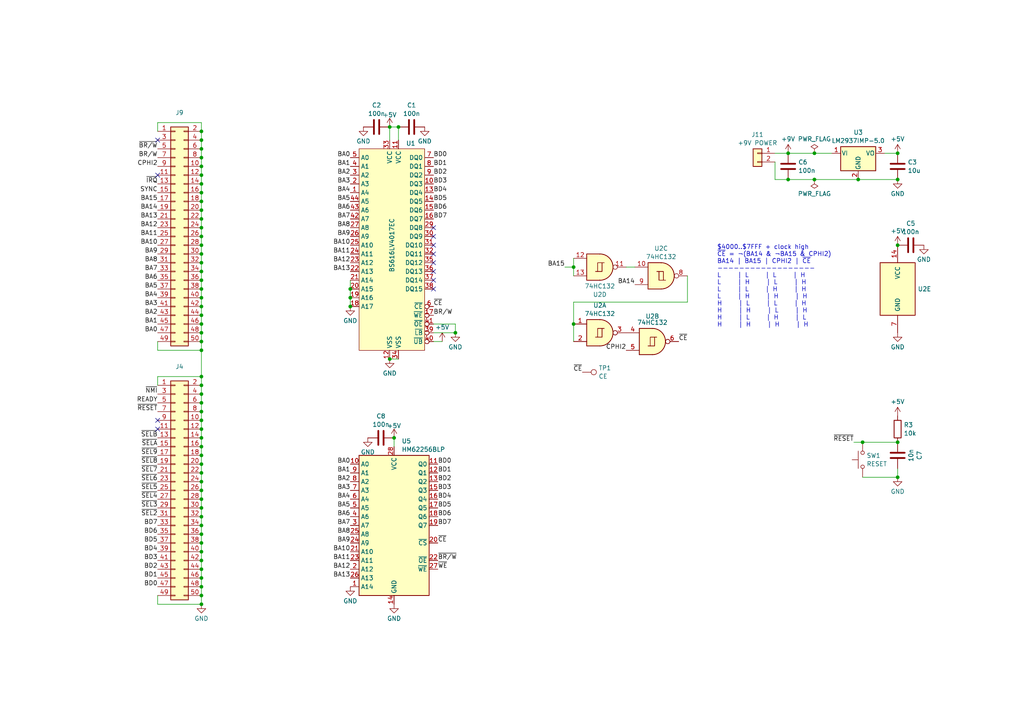
<source format=kicad_sch>
(kicad_sch (version 20230121) (generator eeschema)
  (paper "A4")
  (title_block (title "CBM PET SRAM Expansion") (date "2024-03-06") (rev "3") (company "CCC Basel"))
  (lib_symbols
    (symbol "74xx:74LS132" (pin_names (offset 1.016))
      (property "Reference" "U" (at 0 1.27 0))
      (property "Value" "74LS132" (at 0 -1.27 0))
      (symbol "74LS132_1_0"
        (polyline (pts (xy -0.635 -1.27) (xy -0.635 1.27) (xy 0.635 1.27)))
        (polyline (pts (xy -0.635 -1.27) (xy -0.635 1.27) (xy 0.635 1.27)))
        (polyline (pts (xy -1.27 -1.27) (xy 0.635 -1.27) (xy 0.635 1.27) (xy 1.27 1.27)))
        (polyline (pts (xy -1.27 -1.27) (xy 0.635 -1.27) (xy 0.635 1.27) (xy 1.27 1.27)))
      )
      (symbol "74LS132_1_1"
        (arc (start 0 -3.81) (mid 3.7934 0) (end 0 3.81) (stroke (width 0.254)) (fill (type background)))
        (polyline (pts (xy 0 3.81) (xy -3.81 3.81) (xy -3.81 -3.81) (xy 0 -3.81)) (stroke (width 0.254)) (fill (type background)))
        (pin input line (at -7.62 2.54 0) (length 3.81) (name "~") (number "1"))
        (pin input line (at -7.62 -2.54 0) (length 3.81) (name "~") (number "2"))
        (pin output inverted (at 7.62 0 180) (length 3.81) (name "~") (number "3"))
      )
      (symbol "74LS132_1_2"
        (arc (start -3.81 -3.81) (mid -2.589 0) (end -3.81 3.81) (stroke (width 0.254)))
        (arc (start -0.6096 -3.81) (mid 2.1842 -2.5851) (end 3.81 0) (stroke (width 0.254)) (fill (type background)))
        (polyline (pts (xy -3.81 -3.81) (xy -0.635 -3.81)) (stroke (width 0.254)) (fill (type background)))
        (polyline (pts (xy -3.81 3.81) (xy -0.635 3.81)) (stroke (width 0.254)) (fill (type background)))
        (polyline (pts (xy -0.635 3.81) (xy -3.81 3.81) (xy -3.81 3.81) (xy -3.556 3.4036) (xy -3.0226 2.2606) (xy -2.6924 1.0414) (xy -2.6162 -0.254) (xy -2.7686 -1.4986) (xy -3.175 -2.7178) (xy -3.81 -3.81) (xy -3.81 -3.81) (xy -0.635 -3.81)) (stroke (width -25.4)) (fill (type background)))
        (arc (start 3.81 0) (mid 2.1915 2.5936) (end -0.6096 3.81) (stroke (width 0.254)) (fill (type background)))
        (pin input inverted (at -7.62 2.54 0) (length 4.318) (name "~") (number "1"))
        (pin input inverted (at -7.62 -2.54 0) (length 4.318) (name "~") (number "2"))
        (pin output line (at 7.62 0 180) (length 3.81) (name "~") (number "3"))
      )
      (symbol "74LS132_2_0"
        (polyline (pts (xy -0.635 -1.27) (xy -0.635 1.27) (xy 0.635 1.27)))
        (polyline (pts (xy -0.635 -1.27) (xy -0.635 1.27) (xy 0.635 1.27)))
        (polyline (pts (xy -1.27 -1.27) (xy 0.635 -1.27) (xy 0.635 1.27) (xy 1.27 1.27)))
        (polyline (pts (xy -1.27 -1.27) (xy 0.635 -1.27) (xy 0.635 1.27) (xy 1.27 1.27)))
      )
      (symbol "74LS132_2_1"
        (arc (start 0 -3.81) (mid 3.7934 0) (end 0 3.81) (stroke (width 0.254)) (fill (type background)))
        (polyline (pts (xy 0 3.81) (xy -3.81 3.81) (xy -3.81 -3.81) (xy 0 -3.81)) (stroke (width 0.254)) (fill (type background)))
        (pin input line (at -7.62 2.54 0) (length 3.81) (name "~") (number "4"))
        (pin input line (at -7.62 -2.54 0) (length 3.81) (name "~") (number "5"))
        (pin output inverted (at 7.62 0 180) (length 3.81) (name "~") (number "6"))
      )
      (symbol "74LS132_2_2"
        (arc (start -3.81 -3.81) (mid -2.589 0) (end -3.81 3.81) (stroke (width 0.254)))
        (arc (start -0.6096 -3.81) (mid 2.1842 -2.5851) (end 3.81 0) (stroke (width 0.254)) (fill (type background)))
        (polyline (pts (xy -3.81 -3.81) (xy -0.635 -3.81)) (stroke (width 0.254)) (fill (type background)))
        (polyline (pts (xy -3.81 3.81) (xy -0.635 3.81)) (stroke (width 0.254)) (fill (type background)))
        (polyline (pts (xy -0.635 3.81) (xy -3.81 3.81) (xy -3.81 3.81) (xy -3.556 3.4036) (xy -3.0226 2.2606) (xy -2.6924 1.0414) (xy -2.6162 -0.254) (xy -2.7686 -1.4986) (xy -3.175 -2.7178) (xy -3.81 -3.81) (xy -3.81 -3.81) (xy -0.635 -3.81)) (stroke (width -25.4)) (fill (type background)))
        (arc (start 3.81 0) (mid 2.1915 2.5936) (end -0.6096 3.81) (stroke (width 0.254)) (fill (type background)))
        (pin input inverted (at -7.62 2.54 0) (length 4.318) (name "~") (number "4"))
        (pin input inverted (at -7.62 -2.54 0) (length 4.318) (name "~") (number "5"))
        (pin output line (at 7.62 0 180) (length 3.81) (name "~") (number "6"))
      )
      (symbol "74LS132_3_0"
        (polyline (pts (xy -0.635 -1.27) (xy -0.635 1.27) (xy 0.635 1.27)))
        (polyline (pts (xy -0.635 -1.27) (xy -0.635 1.27) (xy 0.635 1.27)))
        (polyline (pts (xy -1.27 -1.27) (xy 0.635 -1.27) (xy 0.635 1.27) (xy 1.27 1.27)))
        (polyline (pts (xy -1.27 -1.27) (xy 0.635 -1.27) (xy 0.635 1.27) (xy 1.27 1.27)))
      )
      (symbol "74LS132_3_1"
        (arc (start 0 -3.81) (mid 3.7934 0) (end 0 3.81) (stroke (width 0.254)) (fill (type background)))
        (polyline (pts (xy 0 3.81) (xy -3.81 3.81) (xy -3.81 -3.81) (xy 0 -3.81)) (stroke (width 0.254)) (fill (type background)))
        (pin input line (at -7.62 -2.54 0) (length 3.81) (name "~") (number "10"))
        (pin output inverted (at 7.62 0 180) (length 3.81) (name "~") (number "8"))
        (pin input line (at -7.62 2.54 0) (length 3.81) (name "~") (number "9"))
      )
      (symbol "74LS132_3_2"
        (arc (start -3.81 -3.81) (mid -2.589 0) (end -3.81 3.81) (stroke (width 0.254)))
        (arc (start -0.6096 -3.81) (mid 2.1842 -2.5851) (end 3.81 0) (stroke (width 0.254)) (fill (type background)))
        (polyline (pts (xy -3.81 -3.81) (xy -0.635 -3.81)) (stroke (width 0.254)) (fill (type background)))
        (polyline (pts (xy -3.81 3.81) (xy -0.635 3.81)) (stroke (width 0.254)) (fill (type background)))
        (polyline (pts (xy -0.635 3.81) (xy -3.81 3.81) (xy -3.81 3.81) (xy -3.556 3.4036) (xy -3.0226 2.2606) (xy -2.6924 1.0414) (xy -2.6162 -0.254) (xy -2.7686 -1.4986) (xy -3.175 -2.7178) (xy -3.81 -3.81) (xy -3.81 -3.81) (xy -0.635 -3.81)) (stroke (width -25.4)) (fill (type background)))
        (arc (start 3.81 0) (mid 2.1915 2.5936) (end -0.6096 3.81) (stroke (width 0.254)) (fill (type background)))
        (pin input inverted (at -7.62 -2.54 0) (length 4.318) (name "~") (number "10"))
        (pin output line (at 7.62 0 180) (length 3.81) (name "~") (number "8"))
        (pin input inverted (at -7.62 2.54 0) (length 4.318) (name "~") (number "9"))
      )
      (symbol "74LS132_4_0"
        (polyline (pts (xy -0.635 -1.27) (xy -0.635 1.27) (xy 0.635 1.27)))
        (polyline (pts (xy -0.635 -1.27) (xy -0.635 1.27) (xy 0.635 1.27)))
        (polyline (pts (xy -1.27 -1.27) (xy 0.635 -1.27) (xy 0.635 1.27) (xy 1.27 1.27)))
        (polyline (pts (xy -1.27 -1.27) (xy 0.635 -1.27) (xy 0.635 1.27) (xy 1.27 1.27)))
      )
      (symbol "74LS132_4_1"
        (arc (start 0 -3.81) (mid 3.7934 0) (end 0 3.81) (stroke (width 0.254)) (fill (type background)))
        (polyline (pts (xy 0 3.81) (xy -3.81 3.81) (xy -3.81 -3.81) (xy 0 -3.81)) (stroke (width 0.254)) (fill (type background)))
        (pin output inverted (at 7.62 0 180) (length 3.81) (name "~") (number "11"))
        (pin input line (at -7.62 2.54 0) (length 3.81) (name "~") (number "12"))
        (pin input line (at -7.62 -2.54 0) (length 3.81) (name "~") (number "13"))
      )
      (symbol "74LS132_4_2"
        (arc (start -3.81 -3.81) (mid -2.589 0) (end -3.81 3.81) (stroke (width 0.254)))
        (arc (start -0.6096 -3.81) (mid 2.1842 -2.5851) (end 3.81 0) (stroke (width 0.254)) (fill (type background)))
        (polyline (pts (xy -3.81 -3.81) (xy -0.635 -3.81)) (stroke (width 0.254)) (fill (type background)))
        (polyline (pts (xy -3.81 3.81) (xy -0.635 3.81)) (stroke (width 0.254)) (fill (type background)))
        (polyline (pts (xy -0.635 3.81) (xy -3.81 3.81) (xy -3.81 3.81) (xy -3.556 3.4036) (xy -3.0226 2.2606) (xy -2.6924 1.0414) (xy -2.6162 -0.254) (xy -2.7686 -1.4986) (xy -3.175 -2.7178) (xy -3.81 -3.81) (xy -3.81 -3.81) (xy -0.635 -3.81)) (stroke (width -25.4)) (fill (type background)))
        (arc (start 3.81 0) (mid 2.1915 2.5936) (end -0.6096 3.81) (stroke (width 0.254)) (fill (type background)))
        (pin output line (at 7.62 0 180) (length 3.81) (name "~") (number "11"))
        (pin input inverted (at -7.62 2.54 0) (length 4.318) (name "~") (number "12"))
        (pin input inverted (at -7.62 -2.54 0) (length 4.318) (name "~") (number "13"))
      )
      (symbol "74LS132_5_0"
        (pin power_in line (at 0 12.7 270) (length 5.08) (name "VCC") (number "14"))
        (pin power_in line (at 0 -12.7 90) (length 5.08) (name "GND") (number "7"))
      )
      (symbol "74LS132_5_1"
        (rectangle (start -5.08 7.62) (end 5.08 -7.62) (stroke (width 0.254)) (fill (type background)))
      )
    )
    (symbol "Connector:TestPoint" (pin_numbers hide) (pin_names (offset 0.762) hide)
      (property "Reference" "TP" (at 0 6.858 0))
      (property "Value" "TestPoint" (at 0 5.08 0))
      (symbol "TestPoint_0_1"
        (circle (center 0 3.302) (radius 0.762))
      )
      (symbol "TestPoint_1_1"
        (pin passive line (at 0 0 90) (length 2.54) (name "1") (number "1"))
      )
    )
    (symbol "Connector_Generic:Conn_01x02" (pin_names (offset 1.016) hide)
      (property "Reference" "J" (at 0 2.54 0))
      (property "Value" "Conn_01x02" (at 0 -5.08 0))
      (symbol "Conn_01x02_1_1"
        (rectangle (start -1.27 -2.413) (end 0 -2.667) (stroke (width 0.1524)))
        (rectangle (start -1.27 0.127) (end 0 -0.127) (stroke (width 0.1524)))
        (rectangle (start -1.27 1.27) (end 1.27 -3.81) (stroke (width 0.254)) (fill (type background)))
        (pin passive line (at -5.08 0 0) (length 3.81) (name "Pin_1") (number "1"))
        (pin passive line (at -5.08 -2.54 0) (length 3.81) (name "Pin_2") (number "2"))
      )
    )
    (symbol "Connector_Generic:Conn_02x25_Odd_Even" (pin_names (offset 1.016) hide)
      (property "Reference" "J" (at 1.27 33.02 0))
      (property "Value" "Conn_02x25_Odd_Even" (at 1.27 -33.02 0))
      (symbol "Conn_02x25_Odd_Even_1_1"
        (rectangle (start -1.27 -30.353) (end 0 -30.607) (stroke (width 0.1524)))
        (rectangle (start -1.27 -27.813) (end 0 -28.067) (stroke (width 0.1524)))
        (rectangle (start -1.27 -25.273) (end 0 -25.527) (stroke (width 0.1524)))
        (rectangle (start -1.27 -22.733) (end 0 -22.987) (stroke (width 0.1524)))
        (rectangle (start -1.27 -20.193) (end 0 -20.447) (stroke (width 0.1524)))
        (rectangle (start -1.27 -17.653) (end 0 -17.907) (stroke (width 0.1524)))
        (rectangle (start -1.27 -15.113) (end 0 -15.367) (stroke (width 0.1524)))
        (rectangle (start -1.27 -12.573) (end 0 -12.827) (stroke (width 0.1524)))
        (rectangle (start -1.27 -10.033) (end 0 -10.287) (stroke (width 0.1524)))
        (rectangle (start -1.27 -7.493) (end 0 -7.747) (stroke (width 0.1524)))
        (rectangle (start -1.27 -4.953) (end 0 -5.207) (stroke (width 0.1524)))
        (rectangle (start -1.27 -2.413) (end 0 -2.667) (stroke (width 0.1524)))
        (rectangle (start -1.27 0.127) (end 0 -0.127) (stroke (width 0.1524)))
        (rectangle (start -1.27 2.667) (end 0 2.413) (stroke (width 0.1524)))
        (rectangle (start -1.27 5.207) (end 0 4.953) (stroke (width 0.1524)))
        (rectangle (start -1.27 7.747) (end 0 7.493) (stroke (width 0.1524)))
        (rectangle (start -1.27 10.287) (end 0 10.033) (stroke (width 0.1524)))
        (rectangle (start -1.27 12.827) (end 0 12.573) (stroke (width 0.1524)))
        (rectangle (start -1.27 15.367) (end 0 15.113) (stroke (width 0.1524)))
        (rectangle (start -1.27 17.907) (end 0 17.653) (stroke (width 0.1524)))
        (rectangle (start -1.27 20.447) (end 0 20.193) (stroke (width 0.1524)))
        (rectangle (start -1.27 22.987) (end 0 22.733) (stroke (width 0.1524)))
        (rectangle (start -1.27 25.527) (end 0 25.273) (stroke (width 0.1524)))
        (rectangle (start -1.27 28.067) (end 0 27.813) (stroke (width 0.1524)))
        (rectangle (start -1.27 30.607) (end 0 30.353) (stroke (width 0.1524)))
        (rectangle (start -1.27 31.75) (end 3.81 -31.75) (stroke (width 0.254)) (fill (type background)))
        (rectangle (start 3.81 -30.353) (end 2.54 -30.607) (stroke (width 0.1524)))
        (rectangle (start 3.81 -27.813) (end 2.54 -28.067) (stroke (width 0.1524)))
        (rectangle (start 3.81 -25.273) (end 2.54 -25.527) (stroke (width 0.1524)))
        (rectangle (start 3.81 -22.733) (end 2.54 -22.987) (stroke (width 0.1524)))
        (rectangle (start 3.81 -20.193) (end 2.54 -20.447) (stroke (width 0.1524)))
        (rectangle (start 3.81 -17.653) (end 2.54 -17.907) (stroke (width 0.1524)))
        (rectangle (start 3.81 -15.113) (end 2.54 -15.367) (stroke (width 0.1524)))
        (rectangle (start 3.81 -12.573) (end 2.54 -12.827) (stroke (width 0.1524)))
        (rectangle (start 3.81 -10.033) (end 2.54 -10.287) (stroke (width 0.1524)))
        (rectangle (start 3.81 -7.493) (end 2.54 -7.747) (stroke (width 0.1524)))
        (rectangle (start 3.81 -4.953) (end 2.54 -5.207) (stroke (width 0.1524)))
        (rectangle (start 3.81 -2.413) (end 2.54 -2.667) (stroke (width 0.1524)))
        (rectangle (start 3.81 0.127) (end 2.54 -0.127) (stroke (width 0.1524)))
        (rectangle (start 3.81 2.667) (end 2.54 2.413) (stroke (width 0.1524)))
        (rectangle (start 3.81 5.207) (end 2.54 4.953) (stroke (width 0.1524)))
        (rectangle (start 3.81 7.747) (end 2.54 7.493) (stroke (width 0.1524)))
        (rectangle (start 3.81 10.287) (end 2.54 10.033) (stroke (width 0.1524)))
        (rectangle (start 3.81 12.827) (end 2.54 12.573) (stroke (width 0.1524)))
        (rectangle (start 3.81 15.367) (end 2.54 15.113) (stroke (width 0.1524)))
        (rectangle (start 3.81 17.907) (end 2.54 17.653) (stroke (width 0.1524)))
        (rectangle (start 3.81 20.447) (end 2.54 20.193) (stroke (width 0.1524)))
        (rectangle (start 3.81 22.987) (end 2.54 22.733) (stroke (width 0.1524)))
        (rectangle (start 3.81 25.527) (end 2.54 25.273) (stroke (width 0.1524)))
        (rectangle (start 3.81 28.067) (end 2.54 27.813) (stroke (width 0.1524)))
        (rectangle (start 3.81 30.607) (end 2.54 30.353) (stroke (width 0.1524)))
        (pin passive line (at -5.08 30.48 0) (length 3.81) (name "Pin_1") (number "1"))
        (pin passive line (at 7.62 20.32 180) (length 3.81) (name "Pin_10") (number "10"))
        (pin passive line (at -5.08 17.78 0) (length 3.81) (name "Pin_11") (number "11"))
        (pin passive line (at 7.62 17.78 180) (length 3.81) (name "Pin_12") (number "12"))
        (pin passive line (at -5.08 15.24 0) (length 3.81) (name "Pin_13") (number "13"))
        (pin passive line (at 7.62 15.24 180) (length 3.81) (name "Pin_14") (number "14"))
        (pin passive line (at -5.08 12.7 0) (length 3.81) (name "Pin_15") (number "15"))
        (pin passive line (at 7.62 12.7 180) (length 3.81) (name "Pin_16") (number "16"))
        (pin passive line (at -5.08 10.16 0) (length 3.81) (name "Pin_17") (number "17"))
        (pin passive line (at 7.62 10.16 180) (length 3.81) (name "Pin_18") (number "18"))
        (pin passive line (at -5.08 7.62 0) (length 3.81) (name "Pin_19") (number "19"))
        (pin passive line (at 7.62 30.48 180) (length 3.81) (name "Pin_2") (number "2"))
        (pin passive line (at 7.62 7.62 180) (length 3.81) (name "Pin_20") (number "20"))
        (pin passive line (at -5.08 5.08 0) (length 3.81) (name "Pin_21") (number "21"))
        (pin passive line (at 7.62 5.08 180) (length 3.81) (name "Pin_22") (number "22"))
        (pin passive line (at -5.08 2.54 0) (length 3.81) (name "Pin_23") (number "23"))
        (pin passive line (at 7.62 2.54 180) (length 3.81) (name "Pin_24") (number "24"))
        (pin passive line (at -5.08 0 0) (length 3.81) (name "Pin_25") (number "25"))
        (pin passive line (at 7.62 0 180) (length 3.81) (name "Pin_26") (number "26"))
        (pin passive line (at -5.08 -2.54 0) (length 3.81) (name "Pin_27") (number "27"))
        (pin passive line (at 7.62 -2.54 180) (length 3.81) (name "Pin_28") (number "28"))
        (pin passive line (at -5.08 -5.08 0) (length 3.81) (name "Pin_29") (number "29"))
        (pin passive line (at -5.08 27.94 0) (length 3.81) (name "Pin_3") (number "3"))
        (pin passive line (at 7.62 -5.08 180) (length 3.81) (name "Pin_30") (number "30"))
        (pin passive line (at -5.08 -7.62 0) (length 3.81) (name "Pin_31") (number "31"))
        (pin passive line (at 7.62 -7.62 180) (length 3.81) (name "Pin_32") (number "32"))
        (pin passive line (at -5.08 -10.16 0) (length 3.81) (name "Pin_33") (number "33"))
        (pin passive line (at 7.62 -10.16 180) (length 3.81) (name "Pin_34") (number "34"))
        (pin passive line (at -5.08 -12.7 0) (length 3.81) (name "Pin_35") (number "35"))
        (pin passive line (at 7.62 -12.7 180) (length 3.81) (name "Pin_36") (number "36"))
        (pin passive line (at -5.08 -15.24 0) (length 3.81) (name "Pin_37") (number "37"))
        (pin passive line (at 7.62 -15.24 180) (length 3.81) (name "Pin_38") (number "38"))
        (pin passive line (at -5.08 -17.78 0) (length 3.81) (name "Pin_39") (number "39"))
        (pin passive line (at 7.62 27.94 180) (length 3.81) (name "Pin_4") (number "4"))
        (pin passive line (at 7.62 -17.78 180) (length 3.81) (name "Pin_40") (number "40"))
        (pin passive line (at -5.08 -20.32 0) (length 3.81) (name "Pin_41") (number "41"))
        (pin passive line (at 7.62 -20.32 180) (length 3.81) (name "Pin_42") (number "42"))
        (pin passive line (at -5.08 -22.86 0) (length 3.81) (name "Pin_43") (number "43"))
        (pin passive line (at 7.62 -22.86 180) (length 3.81) (name "Pin_44") (number "44"))
        (pin passive line (at -5.08 -25.4 0) (length 3.81) (name "Pin_45") (number "45"))
        (pin passive line (at 7.62 -25.4 180) (length 3.81) (name "Pin_46") (number "46"))
        (pin passive line (at -5.08 -27.94 0) (length 3.81) (name "Pin_47") (number "47"))
        (pin passive line (at 7.62 -27.94 180) (length 3.81) (name "Pin_48") (number "48"))
        (pin passive line (at -5.08 -30.48 0) (length 3.81) (name "Pin_49") (number "49"))
        (pin passive line (at -5.08 25.4 0) (length 3.81) (name "Pin_5") (number "5"))
        (pin passive line (at 7.62 -30.48 180) (length 3.81) (name "Pin_50") (number "50"))
        (pin passive line (at 7.62 25.4 180) (length 3.81) (name "Pin_6") (number "6"))
        (pin passive line (at -5.08 22.86 0) (length 3.81) (name "Pin_7") (number "7"))
        (pin passive line (at 7.62 22.86 180) (length 3.81) (name "Pin_8") (number "8"))
        (pin passive line (at -5.08 20.32 0) (length 3.81) (name "Pin_9") (number "9"))
      )
    )
    (symbol "Device:C" (pin_numbers hide) (pin_names (offset 0.254))
      (property "Reference" "C" (at 0.635 2.54 0))
      (property "Value" "C" (at 0.635 -2.54 0))
      (symbol "C_0_1"
        (polyline (pts (xy -2.032 -0.762) (xy 2.032 -0.762)) (stroke (width 0.508)))
        (polyline (pts (xy -2.032 0.762) (xy 2.032 0.762)) (stroke (width 0.508)))
      )
      (symbol "C_1_1"
        (pin passive line (at 0 3.81 270) (length 2.794) (name "~") (number "1"))
        (pin passive line (at 0 -3.81 90) (length 2.794) (name "~") (number "2"))
      )
    )
    (symbol "Device:R" (pin_numbers hide) (pin_names (offset 0))
      (property "Reference" "R" (at 2.032 0 90))
      (property "Value" "R" (at 0 0 90))
      (symbol "R_0_1"
        (rectangle (start -1.016 -2.54) (end 1.016 2.54) (stroke (width 0.254)))
      )
      (symbol "R_1_1"
        (pin passive line (at 0 3.81 270) (length 1.27) (name "~") (number "1"))
        (pin passive line (at 0 -3.81 90) (length 1.27) (name "~") (number "2"))
      )
    )
    (symbol "Memory_RAM:HM62256BLP"
      (property "Reference" "U" (at -10.16 20.955 0))
      (property "Value" "HM62256BLP" (at 2.54 20.955 0))
      (symbol "HM62256BLP_0_0"
        (pin power_in line (at 0 -22.86 90) (length 2.54) (name "GND") (number "14"))
        (pin power_in line (at 0 22.86 270) (length 2.54) (name "VCC") (number "28"))
      )
      (symbol "HM62256BLP_0_1"
        (rectangle (start -10.16 20.32) (end 10.16 -20.32) (stroke (width 0.254)) (fill (type background)))
      )
      (symbol "HM62256BLP_1_1"
        (pin input line (at -12.7 -17.78 0) (length 2.54) (name "A14") (number "1"))
        (pin input line (at -12.7 17.78 0) (length 2.54) (name "A0") (number "10"))
        (pin tri_state line (at 12.7 17.78 180) (length 2.54) (name "Q0") (number "11"))
        (pin tri_state line (at 12.7 15.24 180) (length 2.54) (name "Q1") (number "12"))
        (pin tri_state line (at 12.7 12.7 180) (length 2.54) (name "Q2") (number "13"))
        (pin tri_state line (at 12.7 10.16 180) (length 2.54) (name "Q3") (number "15"))
        (pin tri_state line (at 12.7 7.62 180) (length 2.54) (name "Q4") (number "16"))
        (pin tri_state line (at 12.7 5.08 180) (length 2.54) (name "Q5") (number "17"))
        (pin tri_state line (at 12.7 2.54 180) (length 2.54) (name "Q6") (number "18"))
        (pin tri_state line (at 12.7 0 180) (length 2.54) (name "Q7") (number "19"))
        (pin input line (at -12.7 -12.7 0) (length 2.54) (name "A12") (number "2"))
        (pin input line (at 12.7 -5.08 180) (length 2.54) (name "~{CS}") (number "20"))
        (pin input line (at -12.7 -7.62 0) (length 2.54) (name "A10") (number "21"))
        (pin input line (at 12.7 -10.16 180) (length 2.54) (name "~{OE}") (number "22"))
        (pin input line (at -12.7 -10.16 0) (length 2.54) (name "A11") (number "23"))
        (pin input line (at -12.7 -5.08 0) (length 2.54) (name "A9") (number "24"))
        (pin input line (at -12.7 -2.54 0) (length 2.54) (name "A8") (number "25"))
        (pin input line (at -12.7 -15.24 0) (length 2.54) (name "A13") (number "26"))
        (pin input line (at 12.7 -12.7 180) (length 2.54) (name "~{WE}") (number "27"))
        (pin input line (at -12.7 0 0) (length 2.54) (name "A7") (number "3"))
        (pin input line (at -12.7 2.54 0) (length 2.54) (name "A6") (number "4"))
        (pin input line (at -12.7 5.08 0) (length 2.54) (name "A5") (number "5"))
        (pin input line (at -12.7 7.62 0) (length 2.54) (name "A4") (number "6"))
        (pin input line (at -12.7 10.16 0) (length 2.54) (name "A3") (number "7"))
        (pin input line (at -12.7 12.7 0) (length 2.54) (name "A2") (number "8"))
        (pin input line (at -12.7 15.24 0) (length 2.54) (name "A1") (number "9"))
      )
    )
    (symbol "Regulator_Linear:LM2937xMP" (pin_names (offset 0.254))
      (property "Reference" "U" (at -3.81 3.175 0))
      (property "Value" "LM2937xMP" (at 0 3.175 0))
      (symbol "LM2937xMP_0_1"
        (rectangle (start -5.08 -5.08) (end 5.08 1.905) (stroke (width 0.254)) (fill (type background)))
      )
      (symbol "LM2937xMP_1_1"
        (pin power_in line (at -7.62 0 0) (length 2.54) (name "VI") (number "1"))
        (pin power_in line (at 0 -7.62 90) (length 2.54) (name "GND") (number "2"))
        (pin power_out line (at 7.62 0 180) (length 2.54) (name "VO") (number "3"))
      )
    )
    (symbol "Switch:SW_Push" (pin_numbers hide) (pin_names (offset 1.016) hide)
      (property "Reference" "SW" (at 1.27 2.54 0))
      (property "Value" "SW_Push" (at 0 -1.524 0))
      (symbol "SW_Push_0_1"
        (circle (center -2.032 0) (radius 0.508))
        (polyline (pts (xy 0 1.27) (xy 0 3.048)))
        (polyline (pts (xy 2.54 1.27) (xy -2.54 1.27)))
        (circle (center 2.032 0) (radius 0.508))
        (pin passive line (at -5.08 0 0) (length 2.54) (name "1") (number "1"))
        (pin passive line (at 5.08 0 180) (length 2.54) (name "2") (number "2"))
      )
    )
    (symbol "oni:BS616LV4017EC"
      (property "Reference" "U" (at 5.08 -30.48 0))
      (property "Value" "BS616LV4017EC" (at 0 0 90))
      (symbol "BS616LV4017EC_1_1"
        (rectangle (start -10.16 29.21) (end 8.89 -29.21) (fill (type background)))
        (pin input line (at -12.7 16.51 0) (length 2.54) (name "A4") (number "1"))
        (pin tri_state line (at 11.43 19.05 180) (length 2.54) (name "DQ3") (number "10"))
        (pin power_in line (at 1.27 31.75 270) (length 2.54) (name "VCC") (number "11"))
        (pin power_in line (at -1.27 -31.75 90) (length 2.54) (name "VSS") (number "12"))
        (pin tri_state line (at 11.43 16.51 180) (length 2.54) (name "DQ4") (number "13"))
        (pin tri_state line (at 11.43 13.97 180) (length 2.54) (name "DQ5") (number "14"))
        (pin tri_state line (at 11.43 11.43 180) (length 2.54) (name "DQ6") (number "15"))
        (pin tri_state line (at 11.43 8.89 180) (length 2.54) (name "DQ7") (number "16"))
        (pin input inverted (at 11.43 -19.05 180) (length 2.54) (name "~{WE}") (number "17"))
        (pin input line (at -12.7 -16.51 0) (length 2.54) (name "A17") (number "18"))
        (pin input line (at -12.7 -13.97 0) (length 2.54) (name "A16") (number "19"))
        (pin input line (at -12.7 19.05 0) (length 2.54) (name "A3") (number "2"))
        (pin input line (at -12.7 -11.43 0) (length 2.54) (name "A15") (number "20"))
        (pin input line (at -12.7 -8.89 0) (length 2.54) (name "A14") (number "21"))
        (pin input line (at -12.7 -6.35 0) (length 2.54) (name "A13") (number "22"))
        (pin input line (at -12.7 -3.81 0) (length 2.54) (name "A12") (number "23"))
        (pin input line (at -12.7 -1.27 0) (length 2.54) (name "A11") (number "24"))
        (pin input line (at -12.7 1.27 0) (length 2.54) (name "A10") (number "25"))
        (pin input line (at -12.7 3.81 0) (length 2.54) (name "A9") (number "26"))
        (pin input line (at -12.7 6.35 0) (length 2.54) (name "A8") (number "27"))
        (pin no_connect line (at -12.7 -26.67 0) (length 2.54) hide (name "NC") (number "28"))
        (pin tri_state line (at 11.43 6.35 180) (length 2.54) (name "DQ8") (number "29"))
        (pin input line (at -12.7 21.59 0) (length 2.54) (name "A2") (number "3"))
        (pin tri_state line (at 11.43 3.81 180) (length 2.54) (name "DQ9") (number "30"))
        (pin tri_state line (at 11.43 1.27 180) (length 2.54) (name "DQ10") (number "31"))
        (pin tri_state line (at 11.43 -1.27 180) (length 2.54) (name "DQ11") (number "32"))
        (pin power_in line (at -1.27 31.75 270) (length 2.54) (name "VCC") (number "33"))
        (pin power_in line (at 1.27 -31.75 90) (length 2.54) (name "VSS") (number "34"))
        (pin tri_state line (at 11.43 -3.81 180) (length 2.54) (name "DQ12") (number "35"))
        (pin tri_state line (at 11.43 -6.35 180) (length 2.54) (name "DQ13") (number "36"))
        (pin tri_state line (at 11.43 -8.89 180) (length 2.54) (name "DQ14") (number "37"))
        (pin tri_state line (at 11.43 -11.43 180) (length 2.54) (name "DQ15") (number "38"))
        (pin input inverted (at 11.43 -24.13 180) (length 2.54) (name "~{LB}") (number "39"))
        (pin input line (at -12.7 24.13 0) (length 2.54) (name "A1") (number "4"))
        (pin input inverted (at 11.43 -26.67 180) (length 2.54) (name "~{UB}") (number "40"))
        (pin input inverted (at 11.43 -21.59 180) (length 2.54) (name "~{OE}") (number "41"))
        (pin input line (at -12.7 8.89 0) (length 2.54) (name "A7") (number "42"))
        (pin input line (at -12.7 11.43 0) (length 2.54) (name "A6") (number "43"))
        (pin input line (at -12.7 13.97 0) (length 2.54) (name "A5") (number "44"))
        (pin input line (at -12.7 26.67 0) (length 2.54) (name "A0") (number "5"))
        (pin input inverted (at 11.43 -16.51 180) (length 2.54) (name "~{CE}") (number "6"))
        (pin tri_state line (at 11.43 26.67 180) (length 2.54) (name "DQ0") (number "7"))
        (pin tri_state line (at 11.43 24.13 180) (length 2.54) (name "DQ1") (number "8"))
        (pin tri_state line (at 11.43 21.59 180) (length 2.54) (name "DQ2") (number "9"))
      )
    )
    (symbol "power:+5V" (power) (pin_names (offset 0))
      (property "Value" "+5V" (at 0 3.556 0))
      (symbol "+5V_0_1"
        (polyline (pts (xy -0.762 1.27) (xy 0 2.54)))
        (polyline (pts (xy 0 0) (xy 0 2.54)))
        (polyline (pts (xy 0 2.54) (xy 0.762 1.27)))
      )
      (symbol "+5V_1_1"
        (pin power_in line (at 0 0 90) (length 0) hide (name "+5V") (number "1"))
      )
    )
    (symbol "power:+9V" (power) (pin_names (offset 0))
      (property "Value" "+9V" (at 0 3.556 0))
      (symbol "+9V_0_1"
        (polyline (pts (xy -0.762 1.27) (xy 0 2.54)))
        (polyline (pts (xy 0 0) (xy 0 2.54)))
        (polyline (pts (xy 0 2.54) (xy 0.762 1.27)))
      )
      (symbol "+9V_1_1"
        (pin power_in line (at 0 0 90) (length 0) hide (name "+9V") (number "1"))
      )
    )
    (symbol "power:GND" (power) (pin_names (offset 0))
      (property "Value" "GND" (at 0 -3.81 0))
      (symbol "GND_0_1"
        (polyline (pts (xy 0 0) (xy 0 -1.27) (xy 1.27 -1.27) (xy 0 -2.54) (xy -1.27 -1.27) (xy 0 -1.27)))
      )
      (symbol "GND_1_1"
        (pin power_in line (at 0 0 270) (length 0) hide (name "GND") (number "1"))
      )
    )
    (symbol "power:PWR_FLAG" (power) (pin_numbers hide) (pin_names (offset 0) hide)
      (property "Value" "PWR_FLAG" (at 0 3.81 0))
      (symbol "PWR_FLAG_0_0"
        (pin power_out line (at 0 0 90) (length 0) (name "pwr") (number "1"))
      )
      (symbol "PWR_FLAG_0_1"
        (polyline (pts (xy 0 0) (xy 0 1.27) (xy -1.016 1.905) (xy 0 2.54) (xy 1.016 1.905) (xy 0 1.27)))
      )
    )
  )
  (junction (at 58.42 175.26))
  (junction (at 58.42 63.5))
  (junction (at 58.42 81.28))
  (junction (at 236.22 52.07))
  (junction (at 58.42 88.9))
  (junction (at 58.42 134.62))
  (junction (at 58.42 66.04))
  (junction (at 58.42 157.48))
  (junction (at 58.42 53.34))
  (junction (at 260.35 128.27))
  (junction (at 58.42 40.64))
  (junction (at 58.42 91.44))
  (junction (at 58.42 60.96))
  (junction (at 260.35 52.07))
  (junction (at 58.42 170.18))
  (junction (at 113.03 104.14))
  (junction (at 58.42 132.08))
  (junction (at 101.6 83.82))
  (junction (at 58.42 43.18))
  (junction (at 58.42 96.52))
  (junction (at 101.6 88.9))
  (junction (at 114.3 127))
  (junction (at 166.37 93.98))
  (junction (at 58.42 55.88))
  (junction (at 250.19 128.27))
  (junction (at 58.42 114.3))
  (junction (at 58.42 149.86))
  (junction (at 58.42 71.12))
  (junction (at 58.42 83.82))
  (junction (at 248.92 52.07))
  (junction (at 58.42 121.92))
  (junction (at 132.08 96.52))
  (junction (at 228.6 52.07))
  (junction (at 58.42 101.6))
  (junction (at 58.42 111.76))
  (junction (at 58.42 48.26))
  (junction (at 113.03 36.83))
  (junction (at 58.42 142.24))
  (junction (at 58.42 93.98))
  (junction (at 58.42 68.58))
  (junction (at 260.35 44.45))
  (junction (at 58.42 38.1))
  (junction (at 115.57 36.83))
  (junction (at 58.42 147.32))
  (junction (at 58.42 167.64))
  (junction (at 166.37 77.47))
  (junction (at 58.42 109.22))
  (junction (at 58.42 172.72))
  (junction (at 58.42 137.16))
  (junction (at 228.6 44.45))
  (junction (at 236.22 44.45))
  (junction (at 58.42 78.74))
  (junction (at 58.42 50.8))
  (junction (at 58.42 144.78))
  (junction (at 58.42 58.42))
  (junction (at 260.35 71.12))
  (junction (at 58.42 129.54))
  (junction (at 58.42 154.94))
  (junction (at 58.42 124.46))
  (junction (at 58.42 86.36))
  (junction (at 58.42 76.2))
  (junction (at 58.42 99.06))
  (junction (at 260.35 138.43))
  (junction (at 58.42 45.72))
  (junction (at 58.42 152.4))
  (junction (at 58.42 165.1))
  (junction (at 101.6 86.36))
  (junction (at 58.42 73.66))
  (junction (at 58.42 160.02))
  (junction (at 58.42 162.56))
  (junction (at 58.42 119.38))
  (junction (at 58.42 116.84))
  (junction (at 58.42 127))
  (junction (at 58.42 139.7))
  (no_connect (at 125.73 81.28))
  (no_connect (at 125.73 76.2))
  (no_connect (at 125.73 71.12))
  (no_connect (at 45.72 121.92))
  (no_connect (at 45.72 40.64))
  (no_connect (at 125.73 83.82))
  (no_connect (at 45.72 124.46))
  (no_connect (at 45.72 50.8))
  (no_connect (at 125.73 68.58))
  (no_connect (at 125.73 66.04))
  (no_connect (at 125.73 73.66))
  (no_connect (at 125.73 78.74))
  (wire (pts (xy 58.42 93.98) (xy 58.42 96.52)))
  (wire (pts (xy 125.73 96.52) (xy 132.08 96.52)))
  (wire (pts (xy 58.42 101.6) (xy 45.72 101.6)))
  (wire (pts (xy 199.39 87.63) (xy 199.39 80.01)))
  (wire (pts (xy 166.37 87.63) (xy 199.39 87.63)))
  (wire (pts (xy 114.3 127) (xy 114.3 129.54)))
  (wire (pts (xy 58.42 162.56) (xy 58.42 165.1)))
  (wire (pts (xy 58.42 144.78) (xy 58.42 147.32)))
  (wire (pts (xy 58.42 175.26) (xy 45.72 175.26)))
  (wire (pts (xy 58.42 124.46) (xy 58.42 127)))
  (wire (pts (xy 58.42 86.36) (xy 58.42 88.9)))
  (wire (pts (xy 58.42 109.22) (xy 45.72 109.22)))
  (wire (pts (xy 58.42 129.54) (xy 58.42 132.08)))
  (wire (pts (xy 58.42 137.16) (xy 58.42 139.7)))
  (wire (pts (xy 228.6 52.07) (xy 236.22 52.07)))
  (wire (pts (xy 58.42 35.56) (xy 45.72 35.56)))
  (wire (pts (xy 58.42 172.72) (xy 58.42 175.26)))
  (wire (pts (xy 101.6 86.36) (xy 101.6 88.9)))
  (wire (pts (xy 58.42 81.28) (xy 58.42 83.82)))
  (wire (pts (xy 58.42 71.12) (xy 58.42 73.66)))
  (wire (pts (xy 58.42 154.94) (xy 58.42 157.48)))
  (wire (pts (xy 163.83 77.47) (xy 166.37 77.47)))
  (wire (pts (xy 58.42 134.62) (xy 58.42 137.16)))
  (wire (pts (xy 132.08 93.98) (xy 132.08 96.52)))
  (wire (pts (xy 224.79 44.45) (xy 228.6 44.45)))
  (wire (pts (xy 58.42 73.66) (xy 58.42 76.2)))
  (wire (pts (xy 101.6 81.28) (xy 101.6 83.82)))
  (wire (pts (xy 58.42 78.74) (xy 58.42 81.28)))
  (wire (pts (xy 58.42 149.86) (xy 58.42 152.4)))
  (wire (pts (xy 58.42 83.82) (xy 58.42 86.36)))
  (wire (pts (xy 58.42 45.72) (xy 58.42 48.26)))
  (wire (pts (xy 58.42 142.24) (xy 58.42 144.78)))
  (wire (pts (xy 224.79 52.07) (xy 228.6 52.07)))
  (wire (pts (xy 250.19 128.27) (xy 260.35 128.27)))
  (wire (pts (xy 247.65 128.27) (xy 250.19 128.27)))
  (wire (pts (xy 101.6 83.82) (xy 101.6 86.36)))
  (wire (pts (xy 58.42 147.32) (xy 58.42 149.86)))
  (wire (pts (xy 58.42 116.84) (xy 58.42 119.38)))
  (wire (pts (xy 45.72 35.56) (xy 45.72 38.1)))
  (wire (pts (xy 58.42 111.76) (xy 58.42 109.22)))
  (wire (pts (xy 181.61 77.47) (xy 184.15 77.47)))
  (wire (pts (xy 58.42 88.9) (xy 58.42 91.44)))
  (wire (pts (xy 45.72 101.6) (xy 45.72 99.06)))
  (wire (pts (xy 58.42 139.7) (xy 58.42 142.24)))
  (wire (pts (xy 166.37 77.47) (xy 166.37 80.01)))
  (wire (pts (xy 58.42 99.06) (xy 58.42 101.6)))
  (wire (pts (xy 45.72 175.26) (xy 45.72 172.72)))
  (wire (pts (xy 228.6 44.45) (xy 236.22 44.45)))
  (wire (pts (xy 58.42 170.18) (xy 58.42 172.72)))
  (wire (pts (xy 113.03 36.83) (xy 113.03 40.64)))
  (wire (pts (xy 58.42 121.92) (xy 58.42 124.46)))
  (wire (pts (xy 125.73 99.06) (xy 128.27 99.06)))
  (wire (pts (xy 58.42 152.4) (xy 58.42 154.94)))
  (wire (pts (xy 125.73 93.98) (xy 132.08 93.98)))
  (wire (pts (xy 58.42 91.44) (xy 58.42 93.98)))
  (wire (pts (xy 58.42 38.1) (xy 58.42 40.64)))
  (wire (pts (xy 113.03 104.14) (xy 115.57 104.14)))
  (wire (pts (xy 166.37 93.98) (xy 166.37 87.63)))
  (wire (pts (xy 256.54 44.45) (xy 260.35 44.45)))
  (wire (pts (xy 166.37 77.47) (xy 166.37 74.93)))
  (wire (pts (xy 58.42 96.52) (xy 58.42 99.06)))
  (wire (pts (xy 58.42 167.64) (xy 58.42 170.18)))
  (wire (pts (xy 236.22 52.07) (xy 248.92 52.07)))
  (wire (pts (xy 58.42 50.8) (xy 58.42 53.34)))
  (wire (pts (xy 260.35 135.89) (xy 260.35 138.43)))
  (wire (pts (xy 58.42 157.48) (xy 58.42 160.02)))
  (wire (pts (xy 58.42 58.42) (xy 58.42 60.96)))
  (wire (pts (xy 58.42 60.96) (xy 58.42 63.5)))
  (wire (pts (xy 113.03 36.83) (xy 115.57 36.83)))
  (wire (pts (xy 58.42 68.58) (xy 58.42 71.12)))
  (wire (pts (xy 58.42 63.5) (xy 58.42 66.04)))
  (wire (pts (xy 58.42 165.1) (xy 58.42 167.64)))
  (wire (pts (xy 250.19 138.43) (xy 260.35 138.43)))
  (wire (pts (xy 248.92 52.07) (xy 260.35 52.07)))
  (wire (pts (xy 58.42 111.76) (xy 58.42 114.3)))
  (wire (pts (xy 166.37 93.98) (xy 166.37 99.06)))
  (wire (pts (xy 115.57 36.83) (xy 115.57 40.64)))
  (wire (pts (xy 58.42 55.88) (xy 58.42 58.42)))
  (wire (pts (xy 58.42 101.6) (xy 58.42 109.22)))
  (wire (pts (xy 58.42 114.3) (xy 58.42 116.84)))
  (wire (pts (xy 58.42 132.08) (xy 58.42 134.62)))
  (wire (pts (xy 58.42 66.04) (xy 58.42 68.58)))
  (wire (pts (xy 58.42 119.38) (xy 58.42 121.92)))
  (wire (pts (xy 58.42 38.1) (xy 58.42 35.56)))
  (wire (pts (xy 58.42 53.34) (xy 58.42 55.88)))
  (wire (pts (xy 58.42 76.2) (xy 58.42 78.74)))
  (wire (pts (xy 58.42 160.02) (xy 58.42 162.56)))
  (wire (pts (xy 58.42 48.26) (xy 58.42 50.8)))
  (wire (pts (xy 45.72 109.22) (xy 45.72 111.76)))
  (wire (pts (xy 58.42 40.64) (xy 58.42 43.18)))
  (wire (pts (xy 236.22 44.45) (xy 241.3 44.45)))
  (wire (pts (xy 224.79 52.07) (xy 224.79 46.99)))
  (wire (pts (xy 58.42 43.18) (xy 58.42 45.72)))
  (wire (pts (xy 58.42 127) (xy 58.42 129.54)))
  (text_box "$4000..$7FFF + clock high\n~{CE} = ¬(BA14 & ¬BA15 & CPHI2)\nBA14 | BA15 | CPHI2 | ~{CE}\n------------------\nL     | L     | L     | H\nL     | H     | L     | H\nL     | L     | H     | H\nL     | H     | H     | H\nH     | L     | L     | H\nH     | H     | L     | H\nH     | L     | H     | L\nH     | H     | H     | H" (at 207.01 69.85 0) (size 35.56 26.67) (stroke (width -0.0001)) (effects (font (size 1.27 1.27)) (justify left top)))
  (label "BA10" (at 101.6 71.12 180))
  (label "~{SEL4}" (at 45.72 144.78 180))
  (label "BA3" (at 101.6 53.34 180))
  (label "BA10" (at 45.72 71.12 180))
  (label "~{RESET}" (at 247.65 128.27 180))
  (label "BA3" (at 45.72 88.9 180))
  (label "BD7" (at 127 152.4 0))
  (label "BD5" (at 125.73 58.42 0))
  (label "~{RESET}" (at 45.72 119.38 180))
  (label "BA9" (at 45.72 73.66 180))
  (label "BA12" (at 101.6 76.2 180))
  (label "~{CE}" (at 127 157.48 0))
  (label "BD7" (at 45.72 152.4 180))
  (label "BA8" (at 45.72 76.2 180))
  (label "~{IRQ}" (at 45.72 53.34 180))
  (label "BA13" (at 101.6 78.74 180))
  (label "BA0" (at 45.72 96.52 180))
  (label "BD6" (at 125.73 60.96 0))
  (label "BA12" (at 45.72 66.04 180))
  (label "BD0" (at 45.72 170.18 180))
  (label "SYNC" (at 45.72 55.88 180))
  (label "BD3" (at 127 142.24 0))
  (label "BA13" (at 45.72 63.5 180))
  (label "BA2" (at 101.6 139.7 180))
  (label "BA9" (at 101.6 157.48 180))
  (label "BA15" (at 163.83 77.47 180))
  (label "BA11" (at 101.6 162.56 180))
  (label "BR{slash}W" (at 45.72 45.72 180))
  (label "BD1" (at 125.73 48.26 0))
  (label "BA11" (at 45.72 68.58 180))
  (label "BA3" (at 101.6 142.24 180))
  (label "BA15" (at 45.72 58.42 180))
  (label "BA5" (at 101.6 58.42 180))
  (label "BA6" (at 45.72 81.28 180))
  (label "BA12" (at 101.6 165.1 180))
  (label "~{WE}" (at 127 165.1 0))
  (label "BA8" (at 101.6 154.94 180))
  (label "~{SEL9}" (at 45.72 132.08 180))
  (label "BA4" (at 101.6 55.88 180))
  (label "~{CE}" (at 125.73 88.9 0))
  (label "~{SELB}" (at 45.72 127 180))
  (label "BD4" (at 127 144.78 0))
  (label "BD3" (at 125.73 53.34 0))
  (label "BA6" (at 101.6 60.96 180))
  (label "BD2" (at 127 139.7 0))
  (label "~{SEL3}" (at 45.72 147.32 180))
  (label "BA4" (at 45.72 86.36 180))
  (label "BD5" (at 127 147.32 0))
  (label "~{BR{slash}W}" (at 45.72 43.18 180))
  (label "~{SEL8}" (at 45.72 134.62 180))
  (label "BD6" (at 45.72 154.94 180))
  (label "BD2" (at 45.72 165.1 180))
  (label "BD1" (at 127 137.16 0))
  (label "CPHI2" (at 45.72 48.26 180))
  (label "BA10" (at 101.6 160.02 180))
  (label "BD4" (at 125.73 55.88 0))
  (label "BR{slash}W" (at 125.73 91.44 0))
  (label "~{NMI}" (at 45.72 114.3 180))
  (label "BD3" (at 45.72 162.56 180))
  (label "BA11" (at 101.6 73.66 180))
  (label "BA14" (at 45.72 60.96 180))
  (label "BA1" (at 101.6 137.16 180))
  (label "READY" (at 45.72 116.84 180))
  (label "~{SEL2}" (at 45.72 149.86 180))
  (label "~{CE}" (at 168.91 107.95 180))
  (label "BA7" (at 101.6 152.4 180))
  (label "BA9" (at 101.6 68.58 180))
  (label "BA2" (at 45.72 91.44 180))
  (label "CPHI2" (at 181.61 101.6 180))
  (label "BD7" (at 125.73 63.5 0))
  (label "BA7" (at 101.6 63.5 180))
  (label "~{BR{slash}W}" (at 127 162.56 0))
  (label "BA5" (at 45.72 83.82 180))
  (label "BD5" (at 45.72 157.48 180))
  (label "BA0" (at 101.6 45.72 180))
  (label "BD4" (at 45.72 160.02 180))
  (label "BA4" (at 101.6 144.78 180))
  (label "BA6" (at 101.6 149.86 180))
  (label "BA14" (at 184.15 82.55 180))
  (label "BA0" (at 101.6 134.62 180))
  (label "~{SEL7}" (at 45.72 137.16 180))
  (label "BA1" (at 45.72 93.98 180))
  (label "BD0" (at 127 134.62 0))
  (label "BA5" (at 101.6 147.32 180))
  (label "BA13" (at 101.6 167.64 180))
  (label "~{SEL5}" (at 45.72 142.24 180))
  (label "~{SEL6}" (at 45.72 139.7 180))
  (label "BA1" (at 101.6 48.26 180))
  (label "BD1" (at 45.72 167.64 180))
  (label "BA2" (at 101.6 50.8 180))
  (label "BA7" (at 45.72 78.74 180))
  (label "BD0" (at 125.73 45.72 0))
  (label "BA8" (at 101.6 66.04 180))
  (label "~{SELA}" (at 45.72 129.54 180))
  (label "BD6" (at 127 149.86 0))
  (label "BD2" (at 125.73 50.8 0))
  (label "~{CE}" (at 196.85 99.06 0))
  (symbol (lib_id "power:GND") (at 260.35 96.52 0) (unit 1)
    (property "Reference" "#PWR016" (effects hide))
    (property "Value" "GND" (at 260.35 100.6531 0))
  )
  (symbol (lib_id "power:GND") (at 260.35 138.43 0) (unit 1)
    (property "Reference" "#PWR021" (effects hide))
    (property "Value" "GND" (at 260.35 142.5631 0))
  )
  (symbol (lib_id "74xx:74LS132") (at 173.99 77.47 0) (unit 4)
    (property "Reference" "U2" (at 173.9817 85.4243 0))
    (property "Value" "74HC132" (at 173.9817 83.0001 0))
    (property "Footprint" "Package_SO:SOIC-14_3.9x8.7mm_P1.27mm" (effects hide))
    (property "Datasheet" "http://www.ti.com/lit/gpn/sn74LS132" (effects hide))
  )
  (symbol (lib_id "Connector_Generic:Conn_01x02") (at 219.71 44.45 0) (mirror y) (unit 1)
    (property "Reference" "J11" (at 219.71 39.0357 0))
    (property "Value" "+9V POWER" (at 219.71 41.4599 0))
    (property "Footprint" "Connector_PinHeader_2.54mm:PinHeader_1x02_P2.54mm_Horizontal" (effects hide))
  )
  (symbol (lib_id "power:GND") (at 101.6 170.18 0) (unit 1)
    (property "Reference" "#PWR012" (effects hide))
    (property "Value" "GND" (at 101.6 174.3131 0))
  )
  (symbol (lib_id "power:GND") (at 58.42 175.26 0) (unit 1)
    (property "Reference" "#PWR07" (effects hide))
    (property "Value" "GND" (at 58.42 179.3931 0))
  )
  (symbol (lib_id "Device:C") (at 264.16 71.12 90) (unit 1)
    (property "Reference" "C5" (at 264.16 64.8167 90))
    (property "Value" "100n" (at 264.16 67.2409 90))
    (property "Footprint" "Capacitor_SMD:C_0805_2012Metric" (effects hide))
  )
  (symbol (lib_id "power:GND") (at 114.3 175.26 0) (unit 1)
    (property "Reference" "#PWR09" (effects hide))
    (property "Value" "GND" (at 114.3 179.3931 0))
  )
  (symbol (lib_id "power:+5V") (at 113.03 36.83 0) (unit 1)
    (property "Reference" "#PWR04" (effects hide))
    (property "Value" "+5V" (at 113.03 33.3319 0))
  )
  (symbol (lib_id "Device:C") (at 260.35 132.08 0) (unit 1)
    (property "Reference" "C7" (at 266.6533 132.08 90))
    (property "Value" "10n" (at 264.2291 132.08 90))
    (property "Footprint" "Capacitor_SMD:C_0805_2012Metric" (effects hide))
  )
  (symbol (lib_id "Connector:TestPoint") (at 168.91 107.95 270) (unit 1)
    (property "Reference" "TP1" (at 173.609 106.7379 90) (effects (justify left)))
    (property "Value" "CE" (at 173.609 109.1621 90) (effects (justify left)))
    (property "Footprint" "TestPoint:TestPoint_Pad_D1.0mm" (effects hide))
  )
  (symbol (lib_id "power:GND") (at 105.41 36.83 0) (unit 1)
    (property "Reference" "#PWR06" (effects hide))
    (property "Value" "GND" (at 105.41 40.9631 0))
  )
  (symbol (lib_id "power:GND") (at 132.08 96.52 0) (unit 1)
    (property "Reference" "#PWR013" (effects hide))
    (property "Value" "GND" (at 132.08 100.6531 0))
  )
  (symbol (lib_id "Connector_Generic:Conn_02x25_Odd_Even") (at 50.8 68.58 0) (unit 1)
    (property "Reference" "J9" (at 52.07 32.6857 0))
    (property "Value" "J9" (effects hide))
    (property "Footprint" "Connector_PinSocket_2.54mm:PinSocket_2x25_P2.54mm_Vertical" (effects hide))
  )
  (symbol (lib_id "Device:C") (at 228.6 48.26 180) (unit 1)
    (property "Reference" "C6" (at 231.521 47.0479 0) (effects (justify right)))
    (property "Value" "100n" (at 231.521 49.4721 0) (effects (justify right)))
    (property "Footprint" "Capacitor_SMD:C_0805_2012Metric" (effects hide))
  )
  (symbol (lib_id "power:PWR_FLAG") (at 236.22 52.07 180) (unit 1)
    (property "Reference" "#FLG01" (effects hide))
    (property "Value" "PWR_FLAG" (at 236.22 56.2031 0))
  )
  (symbol (lib_id "power:+5V") (at 114.3 127 0) (unit 1)
    (property "Reference" "#PWR011" (effects hide))
    (property "Value" "+5V" (at 114.3 123.5019 0))
  )
  (symbol (lib_id "74xx:74LS132") (at 260.35 83.82 0) (unit 5)
    (property "Reference" "U2" (at 266.192 83.82 0) (effects (justify left)))
    (property "Value" "74HC132" (effects hide))
    (property "Footprint" "Package_SO:SOIC-14_3.9x8.7mm_P1.27mm" (effects hide))
    (property "Datasheet" "http://www.ti.com/lit/gpn/sn74LS132" (effects hide))
  )
  (symbol (lib_id "Switch:SW_Push") (at 250.19 133.35 90) (unit 1)
    (property "Reference" "SW1" (at 251.333 132.1379 90) (effects (justify right)))
    (property "Value" "RESET" (at 251.333 134.5621 90) (effects (justify right)))
    (property "Footprint" "Connector_PinHeader_2.54mm:PinHeader_1x02_P2.54mm_Horizontal" (effects hide))
  )
  (symbol (lib_id "power:+5V") (at 260.35 120.65 0) (unit 1)
    (property "Reference" "#PWR022" (effects hide))
    (property "Value" "+5V" (at 260.35 116.5169 0))
  )
  (symbol (lib_id "power:+5V") (at 260.35 71.12 0) (unit 1)
    (property "Reference" "#PWR017" (effects hide))
    (property "Value" "+5V" (at 260.35 66.9869 0))
  )
  (symbol (lib_id "power:GND") (at 267.97 71.12 0) (unit 1)
    (property "Reference" "#PWR018" (effects hide))
    (property "Value" "GND" (at 267.97 75.2531 0))
  )
  (symbol (lib_id "74xx:74LS132") (at 189.23 99.06 0) (unit 2)
    (property "Reference" "U2" (at 189.2217 91.7407 0))
    (property "Value" "74HC132" (at 189.2217 93.5299 0))
    (property "Footprint" "Package_SO:SOIC-14_3.9x8.7mm_P1.27mm" (effects hide))
    (property "Datasheet" "http://www.ti.com/lit/gpn/sn74LS132" (effects hide))
  )
  (symbol (lib_id "Device:C") (at 109.22 36.83 90) (unit 1)
    (property "Reference" "C2" (at 109.22 30.5267 90))
    (property "Value" "100n" (at 109.22 32.9509 90))
    (property "Footprint" "Capacitor_SMD:C_0805_2012Metric" (effects hide))
  )
  (symbol (lib_id "power:GND") (at 106.68 127 0) (unit 1)
    (property "Reference" "#PWR010" (effects hide))
    (property "Value" "GND" (at 106.68 131.1331 0))
  )
  (symbol (lib_id "power:+5V") (at 128.27 99.06 0) (unit 1)
    (property "Reference" "#PWR014" (effects hide))
    (property "Value" "+5V" (at 128.27 94.9269 0))
  )
  (symbol (lib_id "74xx:74LS132") (at 191.77 80.01 0) (mirror x) (unit 3)
    (property "Reference" "U2" (at 191.7617 72.0557 0))
    (property "Value" "74HC132" (at 191.7617 74.4799 0))
    (property "Footprint" "Package_SO:SOIC-14_3.9x8.7mm_P1.27mm" (effects hide))
    (property "Datasheet" "http://www.ti.com/lit/gpn/sn74LS132" (effects hide))
  )
  (symbol (lib_id "Device:C") (at 119.38 36.83 90) (unit 1)
    (property "Reference" "C1" (at 119.38 30.5267 90))
    (property "Value" "100n" (at 119.38 32.9509 90))
    (property "Footprint" "Capacitor_SMD:C_0805_2012Metric" (effects hide))
  )
  (symbol (lib_id "74xx:74LS132") (at 173.99 96.52 0) (unit 1)
    (property "Reference" "U2" (at 173.9817 88.5657 0))
    (property "Value" "74HC132" (at 173.9817 90.9899 0))
    (property "Footprint" "Package_SO:SOIC-14_3.9x8.7mm_P1.27mm" (effects hide))
    (property "Datasheet" "http://www.ti.com/lit/gpn/sn74LS132" (effects hide))
  )
  (symbol (lib_id "power:GND") (at 101.6 88.9 0) (unit 1)
    (property "Reference" "#PWR015" (effects hide))
    (property "Value" "GND" (at 101.6 93.0331 0))
  )
  (symbol (lib_id "oni:BS616LV4017EC") (at 114.3 72.39 0) (unit 1)
    (property "Reference" "U1" (at 117.7641 41.5869 0) (effects (justify left)))
    (property "Value" "BS616LV4017EC" (at 113.665 71.12 90))
    (property "Footprint" "Package_SO:TSOP-II-44_10.16x18.41mm_P0.8mm" (effects hide))
    (property "Datasheet" "https://www.farnell.com/datasheets/4474.pdf" (effects hide))
  )
  (symbol (lib_id "power:PWR_FLAG") (at 236.22 44.45 0) (unit 1)
    (property "Reference" "#FLG02" (effects hide))
    (property "Value" "PWR_FLAG" (at 236.22 40.3169 0))
  )
  (symbol (lib_id "Device:C") (at 260.35 48.26 180) (unit 1)
    (property "Reference" "C3" (at 263.271 47.0479 0) (effects (justify right)))
    (property "Value" "10u" (at 263.271 49.4721 0) (effects (justify right)))
    (property "Footprint" "Capacitor_SMD:C_0805_2012Metric" (effects hide))
  )
  (symbol (lib_id "power:GND") (at 113.03 104.14 0) (unit 1)
    (property "Reference" "#PWR03" (effects hide))
    (property "Value" "GND" (at 113.03 108.2731 0))
  )
  (symbol (lib_id "Connector_Generic:Conn_02x25_Odd_Even") (at 50.8 142.24 0) (unit 1)
    (property "Reference" "J4" (at 52.07 106.3457 0))
    (property "Value" "J4" (effects hide))
    (property "Footprint" "Connector_PinSocket_2.54mm:PinSocket_2x25_P2.54mm_Vertical" (effects hide))
  )
  (symbol (lib_id "power:+9V") (at 228.6 44.45 0) (unit 1)
    (property "Reference" "#PWR019" (effects hide))
    (property "Value" "+9V" (at 228.6 40.3169 0))
  )
  (symbol (lib_id "power:GND") (at 260.35 52.07 0) (unit 1)
    (property "Reference" "#PWR02" (effects hide))
    (property "Value" "GND" (at 260.35 56.2031 0))
  )
  (symbol (lib_id "Regulator_Linear:LM2937xMP") (at 248.92 44.45 0) (unit 1)
    (property "Reference" "U3" (at 248.92 38.4007 0))
    (property "Value" "LM2937IMP-5.0" (at 248.92 40.8249 0))
    (property "Footprint" "Package_TO_SOT_SMD:SOT-223-3_TabPin2" (effects hide))
    (property "Datasheet" "http://www.ti.com/lit/ds/symlink/lm2937.pdf" (effects hide))
  )
  (symbol (lib_id "power:+5V") (at 260.35 44.45 0) (unit 1)
    (property "Reference" "#PWR01" (effects hide))
    (property "Value" "+5V" (at 260.35 40.3169 0))
  )
  (symbol (lib_id "Memory_RAM:HM62256BLP") (at 114.3 152.4 0) (unit 1)
    (property "Reference" "U5" (at 116.4941 127.9357 0) (effects (justify left)))
    (property "Value" "HM62256BLP" (at 116.4941 130.3599 0) (effects (justify left)))
    (property "Footprint" "Package_SO:SOIC-28W_7.5x18.7mm_P1.27mm" (effects hide))
    (property "Datasheet" "https://web.mit.edu/6.115/www/document/62256.pdf" (effects hide))
  )
  (symbol (lib_id "Device:R") (at 260.35 124.46 180) (unit 1)
    (property "Reference" "R3" (at 262.128 123.2479 0) (effects (justify right)))
    (property "Value" "10k" (at 262.128 125.6721 0) (effects (justify right)))
    (property "Footprint" "Resistor_SMD:R_0805_2012Metric" (effects hide))
  )
  (symbol (lib_id "Device:C") (at 110.49 127 90) (unit 1)
    (property "Reference" "C8" (at 110.49 120.6967 90))
    (property "Value" "100n" (at 110.49 123.1209 90))
    (property "Footprint" "Capacitor_SMD:C_0805_2012Metric" (effects hide))
  )
  (symbol (lib_id "power:GND") (at 123.19 36.83 0) (unit 1)
    (property "Reference" "#PWR05" (effects hide))
    (property "Value" "GND" (at 123.19 40.9631 0))
  )
)
</source>
